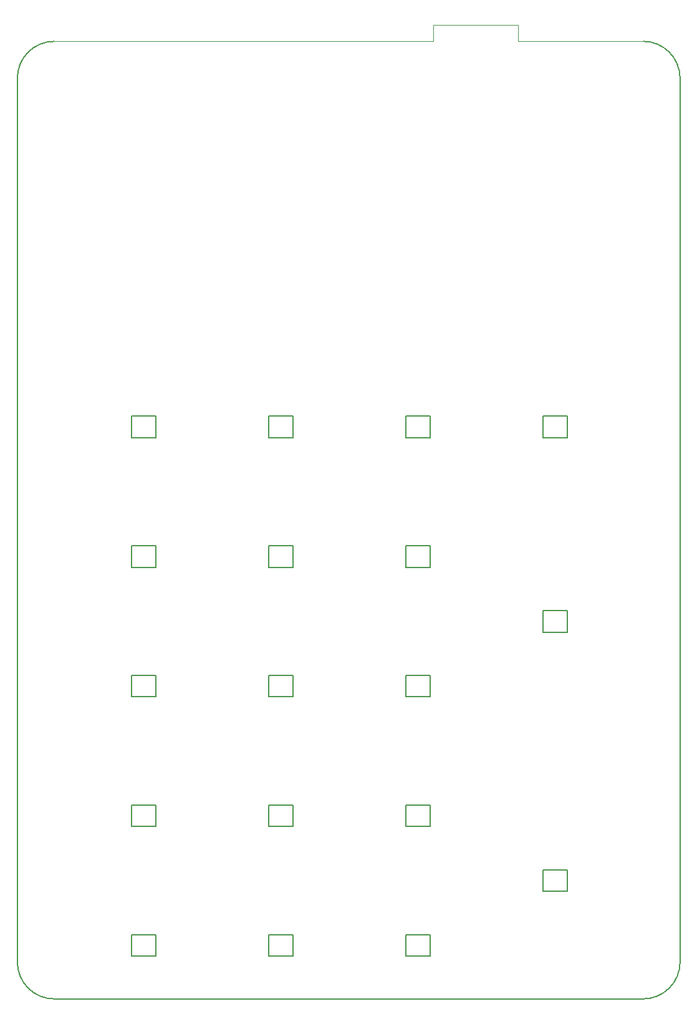
<source format=gm1>
G04 #@! TF.GenerationSoftware,KiCad,Pcbnew,8.0.7*
G04 #@! TF.CreationDate,2025-01-13T19:24:39-05:00*
G04 #@! TF.ProjectId,numpad,6e756d70-6164-42e6-9b69-6361645f7063,rev?*
G04 #@! TF.SameCoordinates,Original*
G04 #@! TF.FileFunction,Profile,NP*
%FSLAX46Y46*%
G04 Gerber Fmt 4.6, Leading zero omitted, Abs format (unit mm)*
G04 Created by KiCad (PCBNEW 8.0.7) date 2025-01-13 19:24:39*
%MOMM*%
%LPD*%
G01*
G04 APERTURE LIST*
G04 #@! TA.AperFunction,Profile*
%ADD10C,0.200000*%
G04 #@! TD*
G04 #@! TA.AperFunction,Profile*
%ADD11C,0.100000*%
G04 #@! TD*
G04 #@! TA.AperFunction,Profile*
%ADD12C,0.152400*%
G04 #@! TD*
G04 APERTURE END LIST*
D10*
X135000000Y-160000000D02*
G75*
G02*
X130000000Y-165000000I-5000000J0D01*
G01*
X50000000Y-165000000D02*
G75*
G02*
X45000000Y-160000000I0J5000000D01*
G01*
X130000000Y-165000000D02*
X50000000Y-165000000D01*
X45000000Y-160000000D02*
X45000000Y-40000000D01*
D11*
X101500000Y-32750000D02*
X101500000Y-35000000D01*
D10*
X45000000Y-40000000D02*
G75*
G02*
X50000000Y-35000000I5000000J0D01*
G01*
D11*
X130000000Y-35000000D02*
X113000000Y-35000000D01*
X113000000Y-32750000D02*
X101500000Y-32750000D01*
D10*
X135000000Y-160000000D02*
X135000000Y-40000000D01*
D11*
X113000000Y-35000000D02*
X113000000Y-32750000D01*
D10*
X130000000Y-35000000D02*
G75*
G02*
X135000000Y-40000000I0J-5000000D01*
G01*
D11*
X101500000Y-35000000D02*
X50000000Y-35000000D01*
D12*
X101050000Y-121100000D02*
X97750000Y-121100000D01*
X97750000Y-124000000D01*
X101050000Y-124000000D01*
X101050000Y-121100000D01*
X82450000Y-85900000D02*
X79150000Y-85900000D01*
X79150000Y-88800000D01*
X82450000Y-88800000D01*
X82450000Y-85900000D01*
X101050000Y-138700000D02*
X97750000Y-138700000D01*
X97750000Y-141600000D01*
X101050000Y-141600000D01*
X101050000Y-138700000D01*
X63850000Y-156300000D02*
X60550000Y-156300000D01*
X60550000Y-159200000D01*
X63850000Y-159200000D01*
X63850000Y-156300000D01*
X119650000Y-85900000D02*
X116350000Y-85900000D01*
X116350000Y-88800000D01*
X119650000Y-88800000D01*
X119650000Y-85900000D01*
X119650000Y-112300000D02*
X116350000Y-112300000D01*
X116350000Y-115200000D01*
X119650000Y-115200000D01*
X119650000Y-112300000D01*
X63850000Y-85900000D02*
X60550000Y-85900000D01*
X60550000Y-88800000D01*
X63850000Y-88800000D01*
X63850000Y-85900000D01*
X63850000Y-103500000D02*
X60550000Y-103500000D01*
X60550000Y-106400000D01*
X63850000Y-106400000D01*
X63850000Y-103500000D01*
X82450000Y-121100000D02*
X79150000Y-121100000D01*
X79150000Y-124000000D01*
X82450000Y-124000000D01*
X82450000Y-121100000D01*
X101050000Y-103500000D02*
X97750000Y-103500000D01*
X97750000Y-106400000D01*
X101050000Y-106400000D01*
X101050000Y-103500000D01*
X63850000Y-121100000D02*
X60550000Y-121100000D01*
X60550000Y-124000000D01*
X63850000Y-124000000D01*
X63850000Y-121100000D01*
X82450000Y-138700000D02*
X79150000Y-138700000D01*
X79150000Y-141600000D01*
X82450000Y-141600000D01*
X82450000Y-138700000D01*
X101050000Y-156300000D02*
X97750000Y-156300000D01*
X97750000Y-159200000D01*
X101050000Y-159200000D01*
X101050000Y-156300000D01*
X119650000Y-147500000D02*
X116350000Y-147500000D01*
X116350000Y-150400000D01*
X119650000Y-150400000D01*
X119650000Y-147500000D01*
X82450000Y-156300000D02*
X79150000Y-156300000D01*
X79150000Y-159200000D01*
X82450000Y-159200000D01*
X82450000Y-156300000D01*
X82450000Y-103500000D02*
X79150000Y-103500000D01*
X79150000Y-106400000D01*
X82450000Y-106400000D01*
X82450000Y-103500000D01*
X63850000Y-138700000D02*
X60550000Y-138700000D01*
X60550000Y-141600000D01*
X63850000Y-141600000D01*
X63850000Y-138700000D01*
X101050000Y-85900000D02*
X97750000Y-85900000D01*
X97750000Y-88800000D01*
X101050000Y-88800000D01*
X101050000Y-85900000D01*
M02*

</source>
